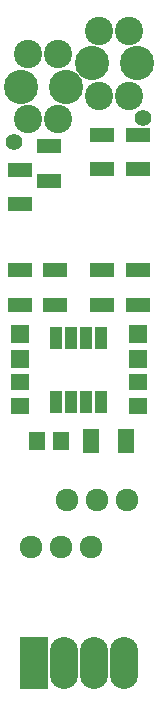
<source format=gts>
G04 #@! TF.FileFunction,Soldermask,Top*
%FSLAX46Y46*%
G04 Gerber Fmt 4.6, Leading zero omitted, Abs format (unit mm)*
G04 Created by KiCad (PCBNEW 4.0.4-stable) date 03/22/17 00:01:14*
%MOMM*%
%LPD*%
G01*
G04 APERTURE LIST*
%ADD10C,0.100000*%
%ADD11R,2.100000X1.300000*%
%ADD12R,2.400000X4.400000*%
%ADD13O,2.400000X4.400000*%
%ADD14C,1.924000*%
%ADD15R,1.400000X2.000000*%
%ADD16R,1.650000X1.400000*%
%ADD17R,1.598880X1.598880*%
%ADD18R,1.400000X1.650000*%
%ADD19C,2.400000*%
%ADD20C,2.900000*%
%ADD21C,1.400000*%
%ADD22R,1.000000X1.950000*%
G04 APERTURE END LIST*
D10*
D11*
X132000000Y-133050000D03*
X132000000Y-135950000D03*
X129000000Y-135950000D03*
X129000000Y-133050000D03*
X124500000Y-136950000D03*
X124500000Y-134050000D03*
X122000000Y-136050000D03*
X122000000Y-138950000D03*
D12*
X123190000Y-177800000D03*
D13*
X125730000Y-177800000D03*
X128270000Y-177800000D03*
X130810000Y-177800000D03*
D14*
X125460000Y-168000000D03*
X122920000Y-168000000D03*
X128000000Y-168000000D03*
X128540000Y-164000000D03*
X131080000Y-164000000D03*
X126000000Y-164000000D03*
D15*
X128000000Y-159000000D03*
X131000000Y-159000000D03*
D16*
X132000000Y-154000000D03*
X132000000Y-156000000D03*
X122000000Y-154000000D03*
X122000000Y-156000000D03*
D17*
X122000000Y-149950980D03*
X122000000Y-152049020D03*
D11*
X122000000Y-147450000D03*
X122000000Y-144550000D03*
X132000000Y-147450000D03*
X132000000Y-144550000D03*
D17*
X132000000Y-149950980D03*
X132000000Y-152049020D03*
D11*
X129000000Y-144550000D03*
X129000000Y-147450000D03*
X125000000Y-144550000D03*
X125000000Y-147450000D03*
D18*
X125500000Y-159000000D03*
X123500000Y-159000000D03*
D19*
X128730000Y-124250000D03*
X131270000Y-124250000D03*
X131270000Y-129750000D03*
X128730000Y-129750000D03*
D20*
X128100000Y-127000000D03*
X131900000Y-127000000D03*
D21*
X132450000Y-131650000D03*
D19*
X125270000Y-126250000D03*
X122730000Y-126250000D03*
X122730000Y-131750000D03*
X125270000Y-131750000D03*
D20*
X125900000Y-129000000D03*
X122100000Y-129000000D03*
D21*
X121550000Y-133650000D03*
D22*
X128905000Y-150300000D03*
X127635000Y-150300000D03*
X126365000Y-150300000D03*
X125095000Y-150300000D03*
X125095000Y-155700000D03*
X126365000Y-155700000D03*
X127635000Y-155700000D03*
X128905000Y-155700000D03*
M02*

</source>
